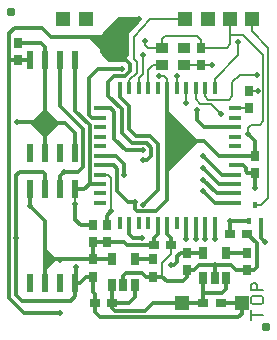
<source format=gbr>
%FSLAX23Y23*%
%MOIN*%
%ADD10C,0.008*%
%ADD11C,0.012*%
%ADD12C,0.004*%
%ADD13R,0.047X0.047*%
%ADD14C,0.016*%
%ADD15R,0.014X0.02*%
%ADD16R,0.016X0.02*%
%ADD17R,0.016X0.039*%
%ADD18R,0.039X0.016*%
%ADD19R,0.024X0.063*%
%ADD20R,0.026X0.042*%
%ADD21R,0.041X0.037*%
%ADD22R,0.033X0.031*%
%ADD23R,0.031X0.033*%
%ADD24C,0.02*%
%ADD25C,0.031*%
%ADD26C,0.009*%
%ADD27C,0.001*%
%ADD28C,0.006*%
%ADD29C,0.005*%
%LPD*%
G36*
X-03345Y2021D02*
X-03395Y1971D01*
X-03345Y1921D01*
X-03295Y1971D01*
X-03345Y2021D01*
G37*
%LPD*%
G36*
X-02933Y2011D02*
X-02833Y1911D01*
X-02933Y1811D01*
X-02933Y2011D01*
G37*
%LPD*%
G36*
X-03343Y1552D02*
X-03305Y1515D01*
X-03343Y1477D01*
X-03343Y1552D01*
G37*
%LPD*%
G36*
X-03203Y2257D02*
X-03159Y2214D01*
X-03159Y2257D01*
X-03203Y2257D01*
G37*
%LPD*%
G36*
X-03159Y2251D02*
X-03159Y2207D01*
X-03134Y2182D01*
X-03078Y2182D01*
X-03065Y2195D01*
X-03065Y2270D01*
X-03034Y2301D01*
X-03034Y2314D01*
X-03097Y2314D01*
X-03159Y2251D01*
G37*
%LPD*%
G54D10*
X-03245Y1750D02*
X-03245Y1700D01*
G54D11*
X-03283Y1806D02*
X-03295Y1794D01*
G54D11*
X-03295Y1794D02*
X-03295Y1750D01*
G54D11*
X-03083Y1833D02*
X-03111Y1861D01*
G54D11*
X-03083Y1833D02*
X-03083Y1798D01*
G54D11*
X-03163Y1861D02*
X-03111Y1861D01*
G54D11*
X-03118Y1830D02*
X-03105Y1817D01*
G54D11*
X-03163Y1830D02*
X-03118Y1830D01*
G54D11*
X-03069Y1706D02*
X-03045Y1706D01*
G54D11*
X-03069Y1706D02*
X-03105Y1742D01*
G54D11*
X-03105Y1817D02*
X-03105Y1742D01*
G54D11*
X-02970Y1637D02*
X-02970Y1599D01*
G54D11*
X-02983Y1563D02*
X-02983Y1586D01*
G54D11*
X-02970Y1599D02*
X-02983Y1586D01*
G54D11*
X-02939Y1637D02*
X-02939Y1599D01*
G54D11*
X-02926Y1587D02*
X-02926Y1563D01*
G54D11*
X-02926Y1587D02*
X-02939Y1599D01*
G54D11*
X-03122Y1515D02*
X-03188Y1515D01*
G54D11*
X-03141Y1574D02*
X-03188Y1574D01*
G54D11*
X-03245Y1750D02*
X-03215Y1750D01*
G54D11*
X-03163Y1767D02*
X-03198Y1767D01*
G54D11*
X-03198Y1767D02*
X-03215Y1750D01*
G54D11*
X-03395Y2181D02*
X-03435Y2181D01*
G54D11*
X-03345Y1869D02*
X-03345Y2181D01*
G54D11*
X-03245Y1937D02*
X-03280Y1971D01*
G54D11*
X-03245Y1869D02*
X-03245Y1937D01*
G54D11*
X-03280Y1971D02*
X-03345Y1971D01*
G54D11*
X-03345Y1972D02*
X-03441Y1972D01*
G54D11*
X-03219Y1950D02*
X-03295Y2027D01*
G54D11*
X-03295Y2181D02*
X-03295Y2027D01*
G54D11*
X-03219Y1824D02*
X-03237Y1806D01*
G54D11*
X-03219Y1824D02*
X-03219Y1950D01*
G54D11*
X-03283Y1806D02*
X-03237Y1806D01*
G54D11*
X-03188Y1631D02*
X-03228Y1631D01*
G54D11*
X-03245Y1648D02*
X-03245Y1700D01*
G54D11*
X-03245Y1648D02*
X-03228Y1631D01*
G54D11*
X-03198Y1963D02*
X-03198Y1767D01*
G54D11*
X-03245Y2181D02*
X-03245Y2010D01*
G54D11*
X-03198Y1963D02*
X-03245Y2010D01*
G54D11*
X-02844Y1637D02*
X-02844Y1584D01*
G54D11*
X-02813Y1637D02*
X-02813Y1584D01*
G54D11*
X-02781Y1637D02*
X-02781Y1584D01*
G54D11*
X-02714Y1735D02*
X-02772Y1735D01*
G54D11*
X-02819Y1781D02*
X-02772Y1735D01*
G54D11*
X-02714Y1767D02*
X-02765Y1767D01*
G54D11*
X-02819Y1820D02*
X-02765Y1767D01*
G54D11*
X-02714Y1798D02*
X-02757Y1798D01*
G54D11*
X-02757Y1798D02*
X-02819Y1860D01*
G54D11*
X-02714Y1830D02*
X-02687Y1830D01*
G54D11*
X-02647Y1804D02*
X-02672Y1804D01*
G54D11*
X-02672Y1804D02*
X-02678Y1810D01*
G54D11*
X-02687Y1830D02*
X-02678Y1821D01*
G54D11*
X-02678Y1810D02*
X-02678Y1821D01*
G54D11*
X-02714Y1861D02*
X-02647Y1861D01*
G54D11*
X-02970Y1901D02*
X-02970Y1747D01*
G54D11*
X-03019Y1698D02*
X-02970Y1747D01*
G54D11*
X-03096Y2056D02*
X-03067Y2026D01*
G54D11*
X-03067Y2026D02*
X-03068Y1951D01*
G54D11*
X-03096Y2085D02*
X-03096Y2056D01*
G54D11*
X-02996Y1926D02*
X-02970Y1901D01*
G54D11*
X-03043Y1926D02*
X-02996Y1926D01*
G54D11*
X-03068Y1951D02*
X-03043Y1926D01*
G54D11*
X-03020Y1879D02*
X-03077Y1879D01*
G54D11*
X-03163Y2019D02*
X-03125Y2019D01*
G54D11*
X-03115Y2008D02*
X-03125Y2019D01*
G54D11*
X-03115Y2008D02*
X-03115Y1917D01*
G54D11*
X-03115Y1917D02*
X-03077Y1879D01*
G54D11*
X-03200Y1998D02*
X-03200Y2119D01*
G54D11*
X-03163Y1987D02*
X-03189Y1987D01*
G54D11*
X-03089Y2151D02*
X-03169Y2151D01*
G54D11*
X-03169Y2151D02*
X-03200Y2119D01*
G54D11*
X-03189Y1987D02*
X-03200Y1998D01*
G54D10*
X-03002Y2085D02*
X-03002Y2148D01*
G54D10*
X-02956Y2164D02*
X-02986Y2164D01*
G54D10*
X-03002Y2148D02*
X-02986Y2164D01*
G54D10*
X-02827Y2221D02*
X-02827Y2247D01*
G54D10*
X-02956Y2221D02*
X-02956Y2249D01*
G54D10*
X-02827Y2247D02*
X-02839Y2259D01*
G54D10*
X-02945Y2259D02*
X-02839Y2259D01*
G54D10*
X-02945Y2259D02*
X-02956Y2249D01*
G54D10*
X-02939Y2085D02*
X-02939Y2115D01*
G54D10*
X-02967Y2125D02*
X-02949Y2125D01*
G54D10*
X-02939Y2115D02*
X-02949Y2125D01*
G54D10*
X-02907Y2085D02*
X-02907Y2125D01*
G54D10*
X-02714Y2019D02*
X-02666Y2019D01*
G54D11*
X-02840Y2012D02*
X-02840Y1981D01*
G54D11*
X-02714Y1956D02*
X-02815Y1956D01*
G54D11*
X-02815Y1956D02*
X-02840Y1981D01*
G54D10*
X-02876Y2085D02*
X-02876Y2037D01*
G54D10*
X-02702Y2240D02*
X-02702Y2195D01*
G54D10*
X-02781Y2085D02*
X-02781Y2116D01*
G54D10*
X-02781Y2116D02*
X-02702Y2195D01*
G54D10*
X-02802Y2048D02*
X-02732Y2048D01*
G54D10*
X-02813Y2085D02*
X-02813Y2059D01*
G54D10*
X-02722Y2105D02*
X-02698Y2129D01*
G54D10*
X-02722Y2105D02*
X-02722Y2059D01*
G54D10*
X-02698Y2129D02*
X-02639Y2129D01*
G54D10*
X-02802Y2048D02*
X-02813Y2059D01*
G54D10*
X-02732Y2048D02*
X-02722Y2059D01*
G54D10*
X-02829Y2034D02*
X-02844Y2049D01*
G54D10*
X-02844Y2085D02*
X-02844Y2049D01*
G54D10*
X-02793Y2034D02*
X-02759Y2001D01*
G54D10*
X-02793Y2034D02*
X-02829Y2034D01*
G54D10*
X-03051Y2184D02*
X-03051Y2258D01*
G54D10*
X-03065Y2085D02*
X-03065Y2112D01*
G54D10*
X-03051Y2258D02*
X-02995Y2315D01*
G54D10*
X-02879Y2315D02*
X-02995Y2315D01*
G54D10*
X-03065Y2112D02*
X-03041Y2135D01*
G54D10*
X-03041Y2135D02*
X-03041Y2174D01*
G54D10*
X-03041Y2174D02*
X-03051Y2184D01*
G54D10*
X-02625Y1695D02*
X-02602Y1719D01*
G54D10*
X-02648Y1695D02*
X-02625Y1695D01*
G54D10*
X-02602Y2220D02*
X-02602Y1719D01*
G54D10*
X-02656Y2315D02*
X-02656Y2275D01*
G54D10*
X-02656Y2275D02*
X-02602Y2220D01*
G54D11*
X-03065Y1599D02*
X-03053Y1587D01*
G54D11*
X-03065Y1637D02*
X-03065Y1599D01*
G54D11*
X-03022Y1587D02*
X-03053Y1587D01*
G54D11*
X-02819Y1538D02*
X-02874Y1538D01*
G54D11*
X-03047Y1515D02*
X-02987Y1515D01*
G54D11*
X-02744Y1538D02*
X-02674Y1538D01*
G54D11*
X-03122Y1429D02*
X-03122Y1371D01*
G54D11*
X-02757Y1402D02*
X-02744Y1416D01*
G54D11*
X-02744Y1452D02*
X-02744Y1416D01*
G54D11*
X-02818Y1402D02*
X-02757Y1402D01*
G54D11*
X-03075Y1469D02*
X-03085Y1459D01*
G54D11*
X-03085Y1429D02*
X-03085Y1459D01*
G54D11*
X-03011Y1458D02*
X-03022Y1469D01*
G54D11*
X-03022Y1469D02*
X-03075Y1469D01*
G54D11*
X-02987Y1458D02*
X-03011Y1458D01*
G54D11*
X-02819Y1369D02*
X-02889Y1369D01*
G54D11*
X-03122Y1371D02*
X-03122Y1352D01*
G54D11*
X-02889Y1369D02*
X-02988Y1369D01*
G54D11*
X-03113Y1343D02*
X-03122Y1352D01*
G54D11*
X-03013Y1343D02*
X-03113Y1343D01*
G54D11*
X-03013Y1343D02*
X-02988Y1369D01*
G54D11*
X-02761Y1369D02*
X-02690Y1369D01*
G54D11*
X-02928Y1496D02*
X-02917Y1496D01*
G54D11*
X-02874Y1538D02*
X-02894Y1538D01*
G54D11*
X-02894Y1538D02*
X-02905Y1528D01*
G54D11*
X-02917Y1496D02*
X-02905Y1507D01*
G54D11*
X-02905Y1507D02*
X-02905Y1528D01*
G54D11*
X-02667Y1644D02*
X-02729Y1644D01*
G54D10*
X-02883Y2164D02*
X-02827Y2164D01*
G54D10*
X-03033Y2119D02*
X-03019Y2133D01*
G54D10*
X-03033Y2085D02*
X-03033Y2119D01*
G54D10*
X-03019Y2198D02*
X-03019Y2133D01*
G54D11*
X-02876Y1637D02*
X-02876Y1584D01*
G54D11*
X-03395Y1692D02*
X-03345Y1643D01*
G54D11*
X-03345Y1437D02*
X-03345Y1643D01*
G54D11*
X-03188Y1574D02*
X-03188Y1515D01*
G54D11*
X-03345Y1515D02*
X-03188Y1515D01*
G54D11*
X-02781Y1452D02*
X-02781Y1497D01*
G54D11*
X-02874Y1456D02*
X-02874Y1481D01*
G54D11*
X-02987Y1458D02*
X-02955Y1458D01*
G54D11*
X-02955Y1458D02*
X-02939Y1443D01*
G54D11*
X-02874Y1456D02*
X-02887Y1443D01*
G54D11*
X-02887Y1443D02*
X-02939Y1443D01*
G54D11*
X-02874Y1481D02*
X-02850Y1481D01*
G54D11*
X-02834Y1497D02*
X-02781Y1497D01*
G54D11*
X-02834Y1497D02*
X-02850Y1481D01*
G54D11*
X-03047Y1390D02*
X-03066Y1371D01*
G54D11*
X-03122Y1371D02*
X-03066Y1371D01*
G54D11*
X-03047Y1429D02*
X-03047Y1390D01*
G54D11*
X-02819Y1452D02*
X-02819Y1369D01*
G54D11*
X-03179Y1371D02*
X-03179Y1399D01*
G54D11*
X-03188Y1458D02*
X-03188Y1408D01*
G54D11*
X-03179Y1399D02*
X-03188Y1408D01*
G54D11*
X-02702Y1322D02*
X-03162Y1322D01*
G54D11*
X-03179Y1371D02*
X-03179Y1339D01*
G54D11*
X-02690Y1369D02*
X-02690Y1334D01*
G54D11*
X-03179Y1339D02*
X-03162Y1322D01*
G54D11*
X-02702Y1322D02*
X-02690Y1334D01*
G54D11*
X-03395Y1692D02*
X-03395Y1750D01*
G54D11*
X-03245Y1393D02*
X-03261Y1377D01*
G54D11*
X-03245Y1437D02*
X-03245Y1393D01*
G54D11*
X-03422Y1377D02*
X-03443Y1397D01*
G54D11*
X-03422Y1377D02*
X-03261Y1377D01*
G54D11*
X-03443Y1585D02*
X-03443Y1397D01*
G54D11*
X-03431Y1808D02*
X-03442Y1797D01*
G54D11*
X-03443Y1585D02*
X-03442Y1797D01*
G54D11*
X-03354Y1808D02*
X-03345Y1799D01*
G54D11*
X-03354Y1808D02*
X-03431Y1808D01*
G54D11*
X-03345Y1750D02*
X-03345Y1799D01*
G54D11*
X-03244Y1490D02*
X-03245Y1437D01*
G54D11*
X-02647Y1804D02*
X-02647Y1752D01*
G54D10*
X-02619Y1976D02*
X-02619Y2197D01*
G54D10*
X-02671Y1934D02*
X-02671Y1954D01*
G54D10*
X-02686Y2264D02*
X-02619Y2197D01*
G54D10*
X-02729Y2315D02*
X-02729Y2264D01*
G54D10*
X-02729Y2264D02*
X-02686Y2264D01*
G54D10*
X-02630Y1964D02*
X-02619Y1976D01*
G54D10*
X-02671Y1954D02*
X-02661Y1964D01*
G54D10*
X-02661Y1964D02*
X-02630Y1964D01*
G54D10*
X-02827Y2221D02*
X-02739Y2221D01*
G54D10*
X-02729Y2232D02*
X-02739Y2221D01*
G54D10*
X-02729Y2264D02*
X-02729Y2232D01*
G54D10*
X-02827Y2164D02*
X-02791Y2164D01*
G54D11*
X-02939Y2085D02*
X-02939Y1911D01*
G54D11*
X-02815Y1911D02*
X-02765Y1861D01*
G54D11*
X-02714Y1861D02*
X-02765Y1861D01*
G54D11*
X-02815Y1911D02*
X-02939Y1911D01*
G54D11*
X-02647Y1861D02*
X-02647Y1910D01*
G54D11*
X-02671Y1934D02*
X-02647Y1910D01*
G54D11*
X-03072Y1563D02*
X-03083Y1574D01*
G54D11*
X-03141Y1574D02*
X-03083Y1574D01*
G54D11*
X-02983Y1563D02*
X-03072Y1563D01*
G54D10*
X-02926Y1532D02*
X-02955Y1503D01*
G54D10*
X-02926Y1563D02*
X-02926Y1532D01*
G54D10*
X-02955Y1503D02*
X-02955Y1458D01*
G54D11*
X-03465Y1385D02*
X-03465Y2181D01*
G54D11*
X-03296Y1337D02*
X-03418Y1337D01*
G54D11*
X-03465Y1385D02*
X-03418Y1337D01*
G54D11*
X-03465Y2181D02*
X-03435Y2181D01*
G54D11*
X-03345Y2222D02*
X-03361Y2238D01*
G54D11*
X-03361Y2238D02*
X-03435Y2238D01*
G54D11*
X-03345Y2181D02*
X-03345Y2222D01*
G54D11*
X-02725Y1497D02*
X-02709Y1481D01*
G54D11*
X-02725Y1497D02*
X-02781Y1497D01*
G54D11*
X-02674Y1481D02*
X-02709Y1481D01*
G54D10*
X-02666Y2075D02*
X-02637Y2075D01*
G54D10*
X-02666Y2076D02*
X-02666Y2075D01*
G54D10*
X-03012Y2229D02*
X-03004Y2221D01*
G54D10*
X-03012Y2244D02*
X-03012Y2229D01*
G54D10*
X-03004Y2221D02*
X-02956Y2221D01*
G54D11*
X-03099Y2315D02*
X-03158Y2256D01*
G54D11*
X-03032Y2315D02*
X-03099Y2315D01*
G54D11*
X-03326Y2256D02*
X-03357Y2287D01*
G54D11*
X-03158Y2256D02*
X-03326Y2256D01*
G54D11*
X-03448Y2287D02*
X-03465Y2270D01*
G54D11*
X-03357Y2287D02*
X-03448Y2287D01*
G54D11*
X-03465Y2180D02*
X-03465Y2270D01*
G54D11*
X-03045Y1683D02*
X-03039Y1676D01*
G54D11*
X-03045Y1706D02*
X-03045Y1683D01*
G54D11*
X-02976Y1676D02*
X-02939Y1714D01*
G54D11*
X-03039Y1676D02*
X-02976Y1676D01*
G54D11*
X-02939Y1911D02*
X-02939Y1714D01*
G54D11*
X-03158Y2205D02*
X-03133Y2180D01*
G54D11*
X-03158Y2256D02*
X-03158Y2205D01*
G54D11*
X-03063Y2166D02*
X-03077Y2180D01*
G54D11*
X-03133Y2180D02*
X-03077Y2180D01*
G54D11*
X-03080Y2127D02*
X-03063Y2144D01*
G54D11*
X-03063Y2144D02*
X-03063Y2166D01*
G54D11*
X-03080Y2127D02*
X-03115Y2127D01*
G54D11*
X-03091Y1935D02*
X-03090Y2015D01*
G54D11*
X-03057Y1902D02*
X-03008Y1902D01*
G54D11*
X-03057Y1902D02*
X-03091Y1935D01*
G54D11*
X-02993Y1860D02*
X-02993Y1886D01*
G54D11*
X-03008Y1902D02*
X-02993Y1886D01*
G54D11*
X-03137Y2105D02*
X-03115Y2127D01*
G54D11*
X-03137Y2105D02*
X-03137Y2061D01*
G54D11*
X-03090Y2015D02*
X-03137Y2061D01*
G54D11*
X-03006Y1847D02*
X-02993Y1860D01*
G54D11*
X-03020Y1847D02*
X-03006Y1847D01*
G54D11*
X-02819Y1742D02*
X-02780Y1704D01*
G54D11*
X-02714Y1704D02*
X-02780Y1704D01*
G54D11*
X-02729Y1644D02*
X-02729Y1600D01*
G54D11*
X-02640Y1569D02*
X-02640Y1491D01*
G54D11*
X-02640Y1569D02*
X-02672Y1600D01*
G54D11*
X-02650Y1481D02*
X-02640Y1491D01*
G54D11*
X-02674Y1481D02*
X-02650Y1481D01*
G54D11*
X-02613Y1572D02*
X-02628Y1588D01*
G54D11*
X-02628Y1644D02*
X-02628Y1588D01*
G54D11*
X-03245Y1437D02*
X-03231Y1437D01*
G54D11*
X-03188Y1458D02*
X-03210Y1458D01*
G54D11*
X-03210Y1458D02*
X-03231Y1437D01*
G54D11*
X-03126Y1676D02*
X-03141Y1661D01*
G54D11*
X-03141Y1631D02*
X-03141Y1661D01*
G54D10*
X-03126Y1787D02*
X-03137Y1798D01*
G54D10*
X-03126Y1676D02*
X-03126Y1787D01*
G54D10*
X-03163Y1798D02*
X-03137Y1798D01*
G54D13*
X-02879Y2315D03*
G54D13*
X-02803Y2315D03*
G54D13*
X-02729Y2315D03*
G54D13*
X-02656Y2315D03*
G54D13*
X-02889Y1369D03*
G54D13*
X-02690Y1369D03*
G54D15*
X-02667Y1644D03*
G54D15*
X-02628Y1644D03*
G54D16*
X-02648Y1695D03*
G54D17*
X-02781Y2085D03*
G54D17*
X-02813Y2085D03*
G54D17*
X-02844Y2085D03*
G54D17*
X-02876Y2085D03*
G54D17*
X-02907Y2085D03*
G54D17*
X-02939Y2085D03*
G54D17*
X-02970Y2085D03*
G54D17*
X-03002Y2085D03*
G54D17*
X-03033Y2085D03*
G54D17*
X-03065Y2085D03*
G54D17*
X-03096Y2085D03*
G54D18*
X-03163Y2019D03*
G54D18*
X-03163Y1987D03*
G54D18*
X-03163Y1956D03*
G54D18*
X-03163Y1924D03*
G54D18*
X-03163Y1893D03*
G54D18*
X-03163Y1861D03*
G54D18*
X-03163Y1830D03*
G54D18*
X-03163Y1798D03*
G54D18*
X-03163Y1767D03*
G54D18*
X-03163Y1735D03*
G54D18*
X-03163Y1704D03*
G54D17*
X-03096Y1637D03*
G54D17*
X-03065Y1637D03*
G54D17*
X-03033Y1637D03*
G54D17*
X-03002Y1637D03*
G54D17*
X-02970Y1637D03*
G54D17*
X-02939Y1637D03*
G54D17*
X-02907Y1637D03*
G54D17*
X-02876Y1637D03*
G54D17*
X-02844Y1637D03*
G54D17*
X-02813Y1637D03*
G54D17*
X-02781Y1637D03*
G54D18*
X-02714Y2019D03*
G54D18*
X-02714Y1987D03*
G54D18*
X-02714Y1956D03*
G54D18*
X-02714Y1924D03*
G54D18*
X-02714Y1893D03*
G54D18*
X-02714Y1861D03*
G54D18*
X-02714Y1830D03*
G54D18*
X-02714Y1798D03*
G54D18*
X-02714Y1767D03*
G54D18*
X-02714Y1735D03*
G54D18*
X-02714Y1704D03*
G54D19*
X-03395Y1869D03*
G54D19*
X-03345Y1869D03*
G54D19*
X-03295Y1869D03*
G54D19*
X-03245Y1869D03*
G54D19*
X-03245Y2181D03*
G54D19*
X-03295Y2181D03*
G54D19*
X-03345Y2181D03*
G54D19*
X-03395Y2181D03*
G54D19*
X-03395Y1437D03*
G54D19*
X-03345Y1437D03*
G54D19*
X-03295Y1437D03*
G54D19*
X-03245Y1437D03*
G54D19*
X-03245Y1750D03*
G54D19*
X-03295Y1750D03*
G54D19*
X-03345Y1750D03*
G54D19*
X-03395Y1750D03*
G54D20*
X-03122Y1515D03*
G54D20*
X-03047Y1515D03*
G54D20*
X-03122Y1429D03*
G54D20*
X-03085Y1429D03*
G54D20*
X-03047Y1429D03*
G54D20*
X-02819Y1538D03*
G54D20*
X-02744Y1538D03*
G54D20*
X-02819Y1452D03*
G54D20*
X-02781Y1452D03*
G54D20*
X-02744Y1452D03*
G54D13*
X-03286Y2315D03*
G54D13*
X-03209Y2315D03*
G54D21*
X-02883Y2221D03*
G54D21*
X-02956Y2221D03*
G54D21*
X-02883Y2164D03*
G54D21*
X-02956Y2164D03*
G54D22*
X-03122Y1371D03*
G54D22*
X-03179Y1371D03*
G54D22*
X-02819Y1369D03*
G54D22*
X-02761Y1369D03*
G54D23*
X-02674Y1538D03*
G54D23*
X-02674Y1481D03*
G54D23*
X-02987Y1515D03*
G54D23*
X-02987Y1458D03*
G54D23*
X-02647Y1861D03*
G54D23*
X-02647Y1804D03*
G54D23*
X-02666Y2076D03*
G54D23*
X-02666Y2019D03*
G54D23*
X-02827Y2164D03*
G54D23*
X-02827Y2221D03*
G54D23*
X-03435Y2181D03*
G54D23*
X-03435Y2238D03*
G54D23*
X-03188Y1631D03*
G54D23*
X-03188Y1574D03*
G54D23*
X-03141Y1631D03*
G54D23*
X-03141Y1574D03*
G54D23*
X-02874Y1481D03*
G54D23*
X-02874Y1538D03*
G54D22*
X-02926Y1563D03*
G54D22*
X-02983Y1563D03*
G54D23*
X-03188Y1458D03*
G54D23*
X-03188Y1515D03*
G54D24*
X-02729Y1644D03*
G54D22*
X-02729Y1600D03*
G54D22*
X-02672Y1600D03*
G54D25*
X-03459Y2339D03*
G54D25*
X-02609Y1289D03*
G54D24*
X-03245Y1700D03*
G54D24*
X-03283Y1806D03*
G54D24*
X-03083Y1798D03*
G54D24*
X-03045Y1706D03*
G54D24*
X-03441Y1972D03*
G54D24*
X-02844Y1584D03*
G54D24*
X-02813Y1584D03*
G54D24*
X-02781Y1584D03*
G54D24*
X-02819Y1742D03*
G54D24*
X-02819Y1781D03*
G54D24*
X-02819Y1820D03*
G54D24*
X-02819Y1860D03*
G54D24*
X-03019Y1698D03*
G54D24*
X-03020Y1879D03*
G54D24*
X-03089Y2151D03*
G54D24*
X-02967Y2125D03*
G54D24*
X-02907Y2125D03*
G54D24*
X-02840Y2012D03*
G54D24*
X-02876Y2037D03*
G54D24*
X-02702Y2240D03*
G54D24*
X-02639Y2129D03*
G54D24*
X-02759Y2001D03*
G54D24*
X-03022Y1587D03*
G54D24*
X-02781Y1497D03*
G54D24*
X-02928Y1496D03*
G54D24*
X-03019Y2198D03*
G54D24*
X-02876Y1584D03*
G54D24*
X-03395Y1692D03*
G54D24*
X-03443Y1585D03*
G54D24*
X-03244Y1490D03*
G54D24*
X-02613Y1572D03*
G54D24*
X-03296Y1514D03*
G54D24*
X-02647Y1752D03*
G54D24*
X-02671Y1934D03*
G54D24*
X-02791Y2164D03*
G54D24*
X-03296Y1337D03*
G54D24*
X-02637Y2075D03*
G54D24*
X-03012Y2244D03*
G54D24*
X-03032Y2315D03*
G54D24*
X-03020Y1847D03*
G54D24*
X-03126Y1676D03*
G54D28*
X-02659Y1312D02*
X-02659Y1347D01*
G54D28*
X-02659Y1330D02*
X-02619Y1330D01*
G54D28*
X-02659Y1371D02*
X-02652Y1365D01*
G54D28*
X-02652Y1365D02*
X-02625Y1365D01*
G54D28*
X-02625Y1365D02*
X-02619Y1371D01*
G54D28*
X-02619Y1371D02*
X-02619Y1389D01*
G54D28*
X-02619Y1389D02*
X-02625Y1394D01*
G54D28*
X-02625Y1394D02*
X-02652Y1394D01*
G54D28*
X-02652Y1394D02*
X-02659Y1389D01*
G54D28*
X-02659Y1389D02*
X-02659Y1371D01*
G54D28*
X-02619Y1412D02*
X-02659Y1412D01*
G54D28*
X-02659Y1412D02*
X-02659Y1430D01*
G54D28*
X-02659Y1430D02*
X-02652Y1436D01*
G54D28*
X-02652Y1436D02*
X-02645Y1436D01*
G54D28*
X-02645Y1436D02*
X-02639Y1430D01*
G54D28*
X-02639Y1430D02*
X-02639Y1412D01*
M02*

</source>
